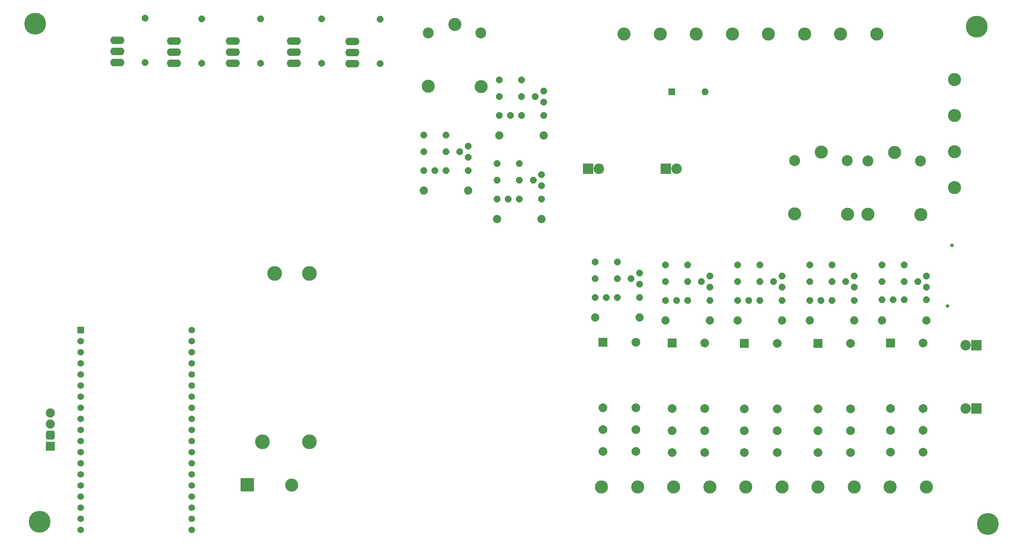
<source format=gbr>
%TF.GenerationSoftware,KiCad,Pcbnew,7.0.5*%
%TF.CreationDate,2023-10-10T15:43:30-03:00*%
%TF.ProjectId,intex_spa_V4,696e7465-785f-4737-9061-5f56342e6b69,Marcio Ant_o*%
%TF.SameCoordinates,Original*%
%TF.FileFunction,Soldermask,Bot*%
%TF.FilePolarity,Negative*%
%FSLAX46Y46*%
G04 Gerber Fmt 4.6, Leading zero omitted, Abs format (unit mm)*
G04 Created by KiCad (PCBNEW 7.0.5) date 2023-10-10 15:43:30*
%MOMM*%
%LPD*%
G01*
G04 APERTURE LIST*
G04 Aperture macros list*
%AMRoundRect*
0 Rectangle with rounded corners*
0 $1 Rounding radius*
0 $2 $3 $4 $5 $6 $7 $8 $9 X,Y pos of 4 corners*
0 Add a 4 corners polygon primitive as box body*
4,1,4,$2,$3,$4,$5,$6,$7,$8,$9,$2,$3,0*
0 Add four circle primitives for the rounded corners*
1,1,$1+$1,$2,$3*
1,1,$1+$1,$4,$5*
1,1,$1+$1,$6,$7*
1,1,$1+$1,$8,$9*
0 Add four rect primitives between the rounded corners*
20,1,$1+$1,$2,$3,$4,$5,0*
20,1,$1+$1,$4,$5,$6,$7,0*
20,1,$1+$1,$6,$7,$8,$9,0*
20,1,$1+$1,$8,$9,$2,$3,0*%
%AMFreePoly0*
4,1,25,0.333266,0.742596,0.345389,0.732242,0.732242,0.345389,0.760749,0.289441,0.762000,0.273547,0.762000,-0.273547,0.742596,-0.333266,0.732242,-0.345389,0.345389,-0.732242,0.289441,-0.760749,0.273547,-0.762000,-0.273547,-0.762000,-0.333266,-0.742596,-0.345389,-0.732242,-0.732242,-0.345389,-0.760749,-0.289441,-0.762000,-0.273547,-0.762000,0.273547,-0.742596,0.333266,-0.732242,0.345389,
-0.345389,0.732242,-0.289441,0.760749,-0.273547,0.762000,0.273547,0.762000,0.333266,0.742596,0.333266,0.742596,$1*%
G04 Aperture macros list end*
%ADD10C,1.879600*%
%ADD11O,3.251200X1.727200*%
%ADD12C,5.000000*%
%ADD13R,2.400000X2.400000*%
%ADD14C,2.400000*%
%ADD15R,1.600000X1.600000*%
%ADD16O,1.600000X1.600000*%
%ADD17RoundRect,0.101600X-0.654000X-0.654000X0.654000X-0.654000X0.654000X0.654000X-0.654000X0.654000X0*%
%ADD18C,1.511200*%
%ADD19FreePoly0,180.000000*%
%ADD20C,3.000000*%
%ADD21C,2.500000*%
%ADD22FreePoly0,90.000000*%
%ADD23FreePoly0,0.000000*%
%ADD24C,0.803200*%
%ADD25RoundRect,0.101600X-1.390650X-1.390650X1.390650X-1.390650X1.390650X1.390650X-1.390650X1.390650X0*%
%ADD26RoundRect,0.101600X0.939800X0.939800X-0.939800X0.939800X-0.939800X-0.939800X0.939800X-0.939800X0*%
%ADD27RoundRect,0.571500X0.469900X0.469900X-0.469900X0.469900X-0.469900X-0.469900X0.469900X-0.469900X0*%
%ADD28C,2.082800*%
%ADD29C,2.000000*%
%ADD30R,2.000000X2.000000*%
%ADD31C,2.984500*%
%ADD32C,3.373200*%
G04 APERTURE END LIST*
D10*
%TO.C,D8*%
X130046001Y-73517637D03*
X119886001Y-73517637D03*
%TD*%
D11*
%TO.C,FLOW_PROBE_2*%
X90170000Y-44450000D03*
X90170000Y-41910000D03*
X90170000Y-39370000D03*
%TD*%
D12*
%TO.C,@HOLE2*%
X246380000Y-36080000D03*
%TD*%
D13*
%TO.C,C4*%
X246340000Y-123399725D03*
D14*
X243840000Y-123399725D03*
%TD*%
D13*
%TO.C,C1*%
X157480000Y-68580000D03*
D14*
X159980000Y-68580000D03*
%TD*%
D10*
%TO.C,D13*%
X201839881Y-103260090D03*
X191679881Y-103260090D03*
%TD*%
D15*
%TO.C,S1*%
X176585753Y-50963131D03*
D16*
X184205753Y-50963131D03*
%TD*%
D17*
%TO.C,U$2*%
X41393703Y-105456535D03*
D18*
X41393703Y-151176535D03*
X66793703Y-151176535D03*
X41393703Y-148636535D03*
X41393703Y-107996535D03*
X41393703Y-138476535D03*
X66793703Y-105456535D03*
X66793703Y-120696535D03*
X66793703Y-138476535D03*
X66793703Y-141016535D03*
X66793703Y-135936535D03*
X66793703Y-128316535D03*
X41393703Y-135936535D03*
X41393703Y-141016535D03*
X41393703Y-133396535D03*
X66793703Y-143556535D03*
X66793703Y-133396535D03*
X66793703Y-130856535D03*
X66793703Y-125776535D03*
X66793703Y-123236535D03*
X66793703Y-118156535D03*
X66793703Y-110536535D03*
X66793703Y-107996535D03*
X41393703Y-125776535D03*
X41393703Y-128316535D03*
X41393703Y-130856535D03*
X41393703Y-120696535D03*
X41393703Y-123236535D03*
X41393703Y-115616535D03*
X41393703Y-118156535D03*
X66793703Y-115616535D03*
X66793703Y-148636535D03*
X66793703Y-146096535D03*
X41393703Y-143556535D03*
X41393703Y-146096535D03*
X41393703Y-113076535D03*
X41393703Y-110536535D03*
X66793703Y-113076535D03*
%TD*%
D19*
%TO.C,R34*%
X213269881Y-94370090D03*
X208189881Y-94370090D03*
%TD*%
D20*
%TO.C,Rel\u00EA ECO*%
X127000000Y-35560000D03*
D21*
X120950000Y-37510000D03*
D20*
X120950000Y-49710000D03*
X133000000Y-49760000D03*
D21*
X132950000Y-37510000D03*
%TD*%
D22*
%TO.C,T_HEATER2_RELAY*%
X234859881Y-93100090D03*
X232954881Y-94370090D03*
X234859881Y-95640090D03*
%TD*%
D23*
%TO.C,R9*%
X124966001Y-68945637D03*
X130046001Y-68945637D03*
%TD*%
D20*
%TO.C,Rel\u00EA CL02*%
X227576577Y-64842656D03*
D21*
X221526577Y-66792656D03*
D20*
X221526577Y-78992656D03*
X233576577Y-79042656D03*
D21*
X233526577Y-66792656D03*
%TD*%
D19*
%TO.C,R11*%
X141749911Y-71183462D03*
X136669911Y-71183462D03*
%TD*%
D24*
%TO.C,*%
X239674070Y-100013838D03*
%TD*%
%TO.C,*%
X240754486Y-86047546D03*
%TD*%
D23*
%TO.C,R12*%
X141749911Y-75501462D03*
X146829911Y-75501462D03*
%TD*%
D13*
%TO.C,C3*%
X246340000Y-108928527D03*
D14*
X243840000Y-108928527D03*
%TD*%
D11*
%TO.C,FLOW_PROBE_1*%
X103597799Y-44498322D03*
X103597799Y-41958322D03*
X103597799Y-39418322D03*
%TD*%
D22*
%TO.C,R3*%
X69101522Y-44428802D03*
X69101522Y-34268802D03*
%TD*%
D12*
%TO.C,@HOLE1*%
X31026606Y-35399454D03*
%TD*%
D22*
%TO.C,R4*%
X82550000Y-44450000D03*
X82550000Y-34290000D03*
%TD*%
D23*
%TO.C,LED_HEATER1_RELAY*%
X208189881Y-98688090D03*
X210729881Y-98688090D03*
%TD*%
D25*
%TO.C,*%
X79473503Y-140842664D03*
%TD*%
D19*
%TO.C,R31*%
X196759881Y-94370090D03*
X191679881Y-94370090D03*
%TD*%
D26*
%TO.C,DISPLAY0*%
X34500178Y-132080000D03*
D27*
X34500178Y-129540000D03*
D28*
X34500178Y-127000000D03*
X34500178Y-124460000D03*
%TD*%
D29*
%TO.C,BUBBLES_RELAY*%
X176668681Y-128469559D03*
X184168681Y-128469559D03*
X176668681Y-123469559D03*
X184168681Y-123469559D03*
X176668681Y-133469559D03*
X184168681Y-133469559D03*
D30*
X176668681Y-108469559D03*
D29*
X184168681Y-108469559D03*
%TD*%
D23*
%TO.C,LED_RELAY_CL2*%
X136669911Y-75501462D03*
X139209911Y-75501462D03*
%TD*%
%TO.C,LED_RELAY_CL1*%
X137160000Y-56388000D03*
X139700000Y-56388000D03*
%TD*%
D31*
%TO.C,TERMINAL_BARRIER_POWER 12V*%
X241300000Y-72910000D03*
X241300000Y-64655000D03*
X241300000Y-56400000D03*
X241300000Y-48145000D03*
%TD*%
D19*
%TO.C,R30*%
X196759881Y-90560090D03*
X191679881Y-90560090D03*
%TD*%
D11*
%TO.C,TEMP_FUSED*%
X49751126Y-44255464D03*
X49751126Y-41715464D03*
X49751126Y-39175464D03*
%TD*%
D19*
%TO.C,R10*%
X141749911Y-67373462D03*
X136669911Y-67373462D03*
%TD*%
D22*
%TO.C,T_BUBBLES_RELAY*%
X185329881Y-93100090D03*
X183424881Y-94370090D03*
X185329881Y-95640090D03*
%TD*%
D23*
%TO.C,R38*%
X229779881Y-98561090D03*
X234859881Y-98561090D03*
%TD*%
%TO.C,LED_HEATER2_RELAY*%
X224699881Y-98561090D03*
X227239881Y-98561090D03*
%TD*%
D22*
%TO.C,T_RELAY_CL2*%
X146829911Y-69913462D03*
X144924911Y-71183462D03*
X146829911Y-72453462D03*
%TD*%
D19*
%TO.C,R27*%
X180249881Y-90560090D03*
X175169881Y-90560090D03*
%TD*%
D23*
%TO.C,PUMP0*%
X159086329Y-98005653D03*
X161626329Y-98005653D03*
%TD*%
D19*
%TO.C,R36*%
X229779881Y-90560090D03*
X224699881Y-90560090D03*
%TD*%
D22*
%TO.C,T_PUMP_RELAY0*%
X169246329Y-92417653D03*
X167341329Y-93687653D03*
X169246329Y-94957653D03*
%TD*%
%TO.C,T__HEATER1_RELAY*%
X218349881Y-93100090D03*
X216444881Y-94370090D03*
X218349881Y-95640090D03*
%TD*%
D23*
%TO.C,LED_BUBBLES_RELAY*%
X175169881Y-98688090D03*
X177709881Y-98688090D03*
%TD*%
D10*
%TO.C,D15*%
X234859881Y-103260090D03*
X224699881Y-103260090D03*
%TD*%
D22*
%TO.C,T_PUMP_RELAY1*%
X201839881Y-93100090D03*
X199934881Y-94370090D03*
X201839881Y-95640090D03*
%TD*%
D12*
%TO.C,@HOLE0*%
X32040000Y-149340000D03*
%TD*%
D32*
%TO.C,POWER_SUPPLY_110VAC_5VDC0*%
X93762150Y-131009650D03*
X83012150Y-131009650D03*
X85762150Y-92509650D03*
X93762150Y-92509650D03*
%TD*%
D19*
%TO.C,R7*%
X124966001Y-60817637D03*
X119886001Y-60817637D03*
%TD*%
D21*
%TO.C,Rel\u00EA CL01*%
X216755392Y-66734656D03*
D20*
X216805392Y-78984656D03*
X204755392Y-78934656D03*
D21*
X204755392Y-66734656D03*
D20*
X210805392Y-64784656D03*
%TD*%
D29*
%TO.C,HEATER02_RELAY*%
X226640023Y-128416053D03*
X234140023Y-128416053D03*
X226640023Y-123416053D03*
X234140023Y-123416053D03*
X226640023Y-133416053D03*
X234140023Y-133416053D03*
D30*
X226640023Y-108416053D03*
D29*
X234140023Y-108416053D03*
%TD*%
D23*
%TO.C,LED1*%
X119886001Y-68945637D03*
X122426001Y-68945637D03*
%TD*%
D22*
%TO.C,T_RELAY_CL1*%
X147320000Y-50800000D03*
X145415000Y-52070000D03*
X147320000Y-53340000D03*
%TD*%
D31*
%TO.C,TERMINAL_BARRIER_POWER110v*%
X160539062Y-141336089D03*
X168794062Y-141336089D03*
X177049062Y-141336089D03*
X185304062Y-141336089D03*
X193559062Y-141336089D03*
X201814062Y-141336089D03*
X210069062Y-141336089D03*
X218324062Y-141336089D03*
X226579062Y-141336089D03*
X234834062Y-141336089D03*
%TD*%
D19*
%TO.C,R33*%
X213269881Y-90560090D03*
X208189881Y-90560090D03*
%TD*%
D29*
%TO.C,POWER12V_RELAY*%
X160901607Y-128243264D03*
X168401607Y-128243264D03*
X160901607Y-123243264D03*
X168401607Y-123243264D03*
X160901607Y-133243264D03*
X168401607Y-133243264D03*
D30*
X160901607Y-108243264D03*
D29*
X168401607Y-108243264D03*
%TD*%
D31*
%TO.C,*%
X89700481Y-140929333D03*
%TD*%
D11*
%TO.C,TEMP_PROBE_1*%
X62751522Y-44428802D03*
X62751522Y-41888802D03*
X62751522Y-39348802D03*
%TD*%
D19*
%TO.C,R13*%
X142240000Y-48260000D03*
X137160000Y-48260000D03*
%TD*%
D22*
%TO.C,R1*%
X56101126Y-44255464D03*
X56101126Y-34095464D03*
%TD*%
D23*
%TO.C,JET0*%
X191679881Y-98688090D03*
X194219881Y-98688090D03*
%TD*%
D10*
%TO.C,D14*%
X218349881Y-103260090D03*
X208189881Y-103260090D03*
%TD*%
%TO.C,D9*%
X147320000Y-60960000D03*
X137160000Y-60960000D03*
%TD*%
D23*
%TO.C,R15*%
X142240000Y-56388000D03*
X147320000Y-56388000D03*
%TD*%
D22*
%TO.C,R6*%
X109947799Y-44498322D03*
X109947799Y-34338322D03*
%TD*%
D29*
%TO.C,HEATER01_RELAY*%
X210038036Y-128493093D03*
X217538036Y-128493093D03*
X210038036Y-123493093D03*
X217538036Y-123493093D03*
X210038036Y-133493093D03*
X217538036Y-133493093D03*
D30*
X210038036Y-108493093D03*
D29*
X217538036Y-108493093D03*
%TD*%
D19*
%TO.C,R24*%
X164166329Y-89877653D03*
X159086329Y-89877653D03*
%TD*%
D22*
%TO.C,T_RELAY_ECO*%
X130046001Y-63357637D03*
X128141001Y-64627637D03*
X130046001Y-65897637D03*
%TD*%
D19*
%TO.C,R28*%
X180249881Y-94370090D03*
X175169881Y-94370090D03*
%TD*%
%TO.C,R25*%
X164166329Y-93687653D03*
X159086329Y-93687653D03*
%TD*%
D10*
%TO.C,D10*%
X146829911Y-80073462D03*
X136669911Y-80073462D03*
%TD*%
D19*
%TO.C,R37*%
X229779881Y-94370090D03*
X224699881Y-94370090D03*
%TD*%
D29*
%TO.C,JET_RELAY*%
X193251408Y-128527339D03*
X200751408Y-128527339D03*
X193251408Y-123527339D03*
X200751408Y-123527339D03*
X193251408Y-133527339D03*
X200751408Y-133527339D03*
D30*
X193251408Y-108527339D03*
D29*
X200751408Y-108527339D03*
%TD*%
D19*
%TO.C,R14*%
X142240000Y-52070000D03*
X137160000Y-52070000D03*
%TD*%
D12*
%TO.C,@HOLE3*%
X248920000Y-149860000D03*
%TD*%
D19*
%TO.C,R8*%
X124966001Y-64627637D03*
X119886001Y-64627637D03*
%TD*%
D23*
%TO.C,R32*%
X196759881Y-98688090D03*
X201839881Y-98688090D03*
%TD*%
%TO.C,R29*%
X180249881Y-98688090D03*
X185329881Y-98688090D03*
%TD*%
D13*
%TO.C,C2*%
X175260000Y-68580000D03*
D14*
X177760000Y-68580000D03*
%TD*%
D10*
%TO.C,D11*%
X169246329Y-102577653D03*
X159086329Y-102577653D03*
%TD*%
D11*
%TO.C,TEMP_PROBE_2*%
X76200000Y-44450000D03*
X76200000Y-41910000D03*
X76200000Y-39370000D03*
%TD*%
D23*
%TO.C,R35*%
X213269881Y-98688090D03*
X218349881Y-98688090D03*
%TD*%
D31*
%TO.C,TERMINAL_BARRIER_POWER 12V*%
X165735000Y-37712914D03*
X173990000Y-37712914D03*
X182245000Y-37712914D03*
X190500000Y-37712914D03*
X198755000Y-37712914D03*
X207010000Y-37712914D03*
X215265000Y-37712914D03*
X223520000Y-37712914D03*
%TD*%
D22*
%TO.C,R5*%
X96520000Y-44450000D03*
X96520000Y-34290000D03*
%TD*%
D10*
%TO.C,D12*%
X185329881Y-103260090D03*
X175169881Y-103260090D03*
%TD*%
D23*
%TO.C,R26*%
X164166329Y-98005653D03*
X169246329Y-98005653D03*
%TD*%
M02*

</source>
